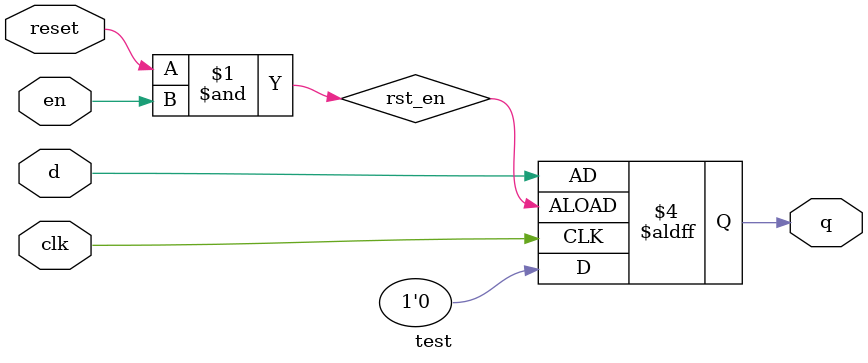
<source format=v>
module test (q, clk, en, reset, d);
 output q;
 input clk, en, reset, d;
 reg q;
 wire clk, en, reset, d;
 wire rst_en;
 and U_and_1(rst_en, reset, en); //warning on "rst_en"
 always @(negedge clk or posedge rst_en )
   if (~ rst_en )
     q <= 1'b0;
   else
     q <= d;
endmodule


</source>
